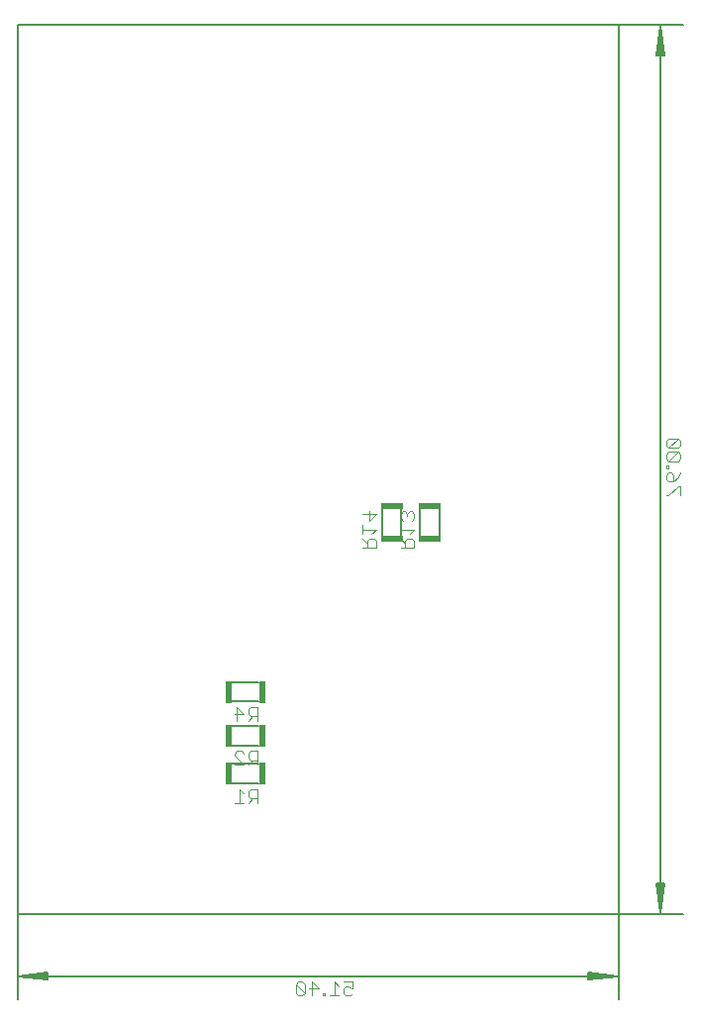
<source format=gbo>
G75*
%MOIN*%
%OFA0B0*%
%FSLAX25Y25*%
%IPPOS*%
%LPD*%
%AMOC8*
5,1,8,0,0,1.08239X$1,22.5*
%
%ADD10C,0.00600*%
%ADD11C,0.00400*%
%ADD12R,0.07200X0.02300*%
%ADD13R,0.02300X0.07200*%
%ADD14C,0.00500*%
%ADD15C,0.00512*%
D10*
X0077272Y0074239D02*
X0086272Y0074239D01*
X0086272Y0080839D02*
X0077272Y0080839D01*
X0077272Y0087034D02*
X0086272Y0087034D01*
X0086272Y0093634D02*
X0077272Y0093634D01*
X0077272Y0101798D02*
X0086272Y0101798D01*
X0086272Y0108398D02*
X0077272Y0108398D01*
X0127684Y0157684D02*
X0127684Y0166684D01*
X0134284Y0166684D02*
X0134284Y0157684D01*
X0140480Y0157684D02*
X0140480Y0166684D01*
X0147080Y0166684D02*
X0147080Y0157684D01*
D11*
X0138583Y0155875D02*
X0138583Y0153573D01*
X0133980Y0153573D01*
X0135514Y0153573D02*
X0135514Y0155875D01*
X0136281Y0156642D01*
X0137816Y0156642D01*
X0138583Y0155875D01*
X0137049Y0158177D02*
X0138583Y0159711D01*
X0133980Y0159711D01*
X0133980Y0158177D02*
X0133980Y0161246D01*
X0134747Y0162780D02*
X0133980Y0163548D01*
X0133980Y0165082D01*
X0134747Y0165850D01*
X0135514Y0165850D01*
X0136281Y0165082D01*
X0136281Y0164315D01*
X0136281Y0165082D02*
X0137049Y0165850D01*
X0137816Y0165850D01*
X0138583Y0165082D01*
X0138583Y0163548D01*
X0137816Y0162780D01*
X0133980Y0156642D02*
X0135514Y0155107D01*
X0125788Y0155875D02*
X0125788Y0153573D01*
X0121184Y0153573D01*
X0122719Y0153573D02*
X0122719Y0155875D01*
X0123486Y0156642D01*
X0125021Y0156642D01*
X0125788Y0155875D01*
X0124254Y0158177D02*
X0125788Y0159711D01*
X0121184Y0159711D01*
X0121184Y0158177D02*
X0121184Y0161246D01*
X0123486Y0162780D02*
X0123486Y0165850D01*
X0121184Y0165082D02*
X0125788Y0165082D01*
X0123486Y0162780D01*
X0121184Y0156642D02*
X0122719Y0155107D01*
X0085780Y0099902D02*
X0083478Y0099902D01*
X0082710Y0099134D01*
X0082710Y0097600D01*
X0083478Y0096832D01*
X0085780Y0096832D01*
X0085780Y0095298D02*
X0085780Y0099902D01*
X0084245Y0096832D02*
X0082710Y0095298D01*
X0081176Y0097600D02*
X0078106Y0097600D01*
X0078874Y0095298D02*
X0078874Y0099902D01*
X0081176Y0097600D01*
X0080408Y0085138D02*
X0081176Y0084371D01*
X0080408Y0085138D02*
X0078874Y0085138D01*
X0078106Y0084371D01*
X0078106Y0083603D01*
X0081176Y0080534D01*
X0078106Y0080534D01*
X0082710Y0080534D02*
X0084245Y0082069D01*
X0083478Y0082069D02*
X0085780Y0082069D01*
X0085780Y0080534D02*
X0085780Y0085138D01*
X0083478Y0085138D01*
X0082710Y0084371D01*
X0082710Y0082836D01*
X0083478Y0082069D01*
X0083478Y0072343D02*
X0082710Y0071575D01*
X0082710Y0070041D01*
X0083478Y0069273D01*
X0085780Y0069273D01*
X0085780Y0067739D02*
X0085780Y0072343D01*
X0083478Y0072343D01*
X0081176Y0070808D02*
X0079641Y0072343D01*
X0079641Y0067739D01*
X0081176Y0067739D02*
X0078106Y0067739D01*
X0082710Y0067739D02*
X0084245Y0069273D01*
X0099392Y0007471D02*
X0098625Y0006703D01*
X0101694Y0003634D01*
X0100927Y0002867D01*
X0099392Y0002867D01*
X0098625Y0003634D01*
X0098625Y0006703D01*
X0099392Y0007471D02*
X0100927Y0007471D01*
X0101694Y0006703D01*
X0101694Y0003634D01*
X0103229Y0005169D02*
X0106298Y0005169D01*
X0103996Y0007471D01*
X0103996Y0002867D01*
X0107833Y0002867D02*
X0108600Y0002867D01*
X0108600Y0003634D01*
X0107833Y0003634D01*
X0107833Y0002867D01*
X0110135Y0002867D02*
X0113204Y0002867D01*
X0111670Y0002867D02*
X0111670Y0007471D01*
X0113204Y0005936D01*
X0114739Y0005169D02*
X0114739Y0003634D01*
X0115506Y0002867D01*
X0117041Y0002867D01*
X0117808Y0003634D01*
X0117808Y0005169D02*
X0116273Y0005936D01*
X0115506Y0005936D01*
X0114739Y0005169D01*
X0114739Y0007471D02*
X0117808Y0007471D01*
X0117808Y0005169D01*
X0223497Y0171210D02*
X0224265Y0171210D01*
X0227334Y0174279D01*
X0228101Y0174279D01*
X0228101Y0171210D01*
X0225799Y0175814D02*
X0225799Y0178116D01*
X0225032Y0178883D01*
X0224265Y0178883D01*
X0223497Y0178116D01*
X0223497Y0176581D01*
X0224265Y0175814D01*
X0225799Y0175814D01*
X0227334Y0177349D01*
X0228101Y0178883D01*
X0227334Y0182720D02*
X0224265Y0182720D01*
X0227334Y0185789D01*
X0224265Y0185789D01*
X0223497Y0185022D01*
X0223497Y0183487D01*
X0224265Y0182720D01*
X0224265Y0181185D02*
X0223497Y0181185D01*
X0223497Y0180418D01*
X0224265Y0180418D01*
X0224265Y0181185D01*
X0227334Y0182720D02*
X0228101Y0183487D01*
X0228101Y0185022D01*
X0227334Y0185789D01*
X0227334Y0187324D02*
X0228101Y0188091D01*
X0228101Y0189626D01*
X0227334Y0190393D01*
X0224265Y0187324D01*
X0223497Y0188091D01*
X0223497Y0189626D01*
X0224265Y0190393D01*
X0227334Y0190393D01*
X0227334Y0187324D02*
X0224265Y0187324D01*
D12*
X0143780Y0167734D03*
X0143780Y0156634D03*
X0130984Y0156634D03*
X0130984Y0167734D03*
D13*
X0087322Y0105098D03*
X0076222Y0105098D03*
X0076222Y0090334D03*
X0087322Y0090334D03*
X0087322Y0077539D03*
X0076222Y0077539D03*
D14*
X0005000Y0030295D02*
X0005000Y0329507D01*
X0207362Y0329507D01*
X0207362Y0030295D01*
X0005000Y0030295D01*
D15*
X0005000Y0001751D01*
X0005256Y0009428D02*
X0015236Y0010452D01*
X0015236Y0010685D02*
X0005256Y0009428D01*
X0015236Y0008405D01*
X0015236Y0008172D02*
X0015236Y0010685D01*
X0015236Y0009940D02*
X0005256Y0009428D01*
X0015236Y0008917D01*
X0015236Y0008172D02*
X0005256Y0009428D01*
X0207106Y0009428D01*
X0197126Y0010452D01*
X0197126Y0010685D02*
X0207106Y0009428D01*
X0197126Y0008405D01*
X0197126Y0008172D02*
X0197126Y0010685D01*
X0197126Y0009940D02*
X0207106Y0009428D01*
X0197126Y0008917D01*
X0197126Y0008172D02*
X0207106Y0009428D01*
X0207362Y0001751D02*
X0207362Y0030295D01*
X0229213Y0030295D01*
X0221535Y0030551D02*
X0222559Y0040531D01*
X0222792Y0040531D02*
X0220279Y0040531D01*
X0221535Y0030551D01*
X0220512Y0040531D01*
X0221024Y0040531D02*
X0221535Y0030551D01*
X0222047Y0040531D01*
X0222792Y0040531D02*
X0221535Y0030551D01*
X0221535Y0329251D01*
X0220512Y0319271D01*
X0220279Y0319271D02*
X0221535Y0329251D01*
X0222559Y0319271D01*
X0222792Y0319271D02*
X0220279Y0319271D01*
X0221024Y0319271D02*
X0221535Y0329251D01*
X0222047Y0319271D01*
X0222792Y0319271D02*
X0221535Y0329251D01*
X0229213Y0329507D02*
X0207362Y0329507D01*
M02*

</source>
